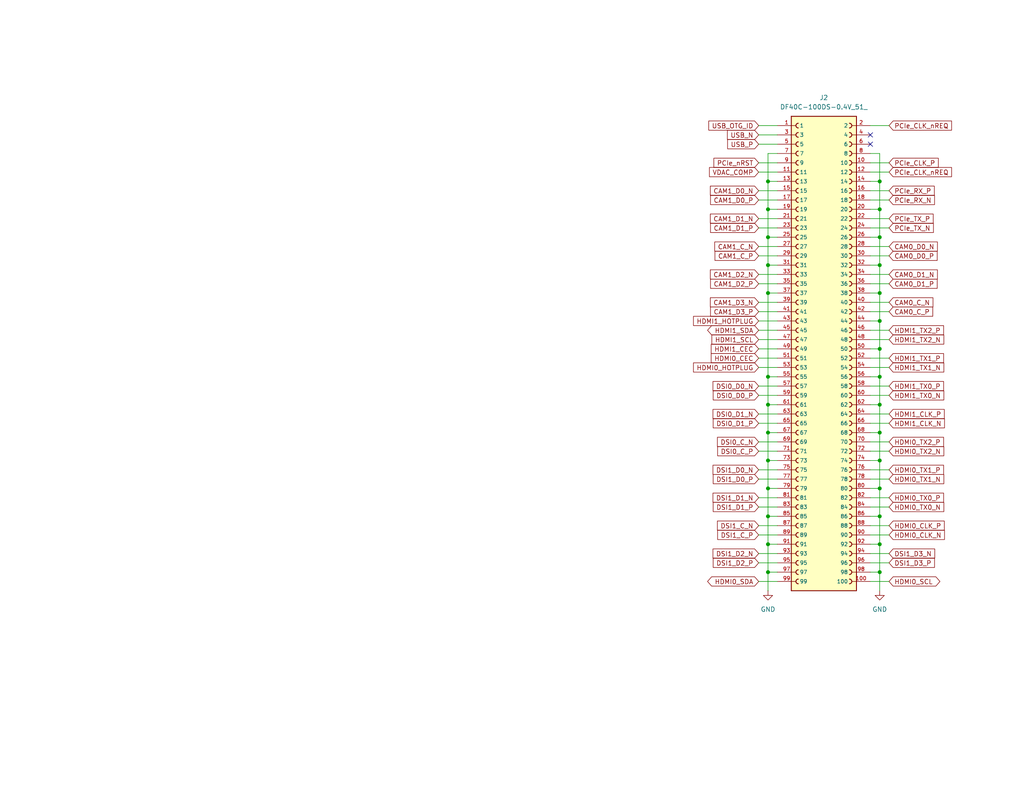
<source format=kicad_sch>
(kicad_sch (version 20250114) (generator "eeschema") (generator_version "9.0")
  (paper "USLetter")
  (lib_symbols
    (symbol "Connector:Micro_SD_Card" (pin_names (offset 1.016))
      (property "Reference" "J" (at -16.51 15.24 0))
      (property "Value" "Micro_SD_Card" (at 16.51 15.24 0))
      (symbol "Micro_SD_Card_1_1"
        (pin bidirectional line (at -22.86 7.62 0) (length 3.81) (name "DAT2") (number "1"))
        (pin bidirectional line (at -22.86 5.08 0) (length 3.81) (name "DAT3/CD") (number "2"))
        (pin input line (at -22.86 2.54 0) (length 3.81) (name "CMD") (number "3"))
        (pin power_in line (at -22.86 0 0) (length 3.81) (name "VDD") (number "4"))
        (pin input line (at -22.86 -2.54 0) (length 3.81) (name "CLK") (number "5"))
        (pin power_in line (at -22.86 -5.08 0) (length 3.81) (name "VSS") (number "6"))
        (pin bidirectional line (at -22.86 -7.62 0) (length 3.81) (name "DAT0") (number "7"))
        (pin bidirectional line (at -22.86 -10.16 0) (length 3.81) (name "DAT1") (number "8"))
        (pin passive line (at 20.32 -15.24 180) (length 3.81) (name "SHIELD") (number "9"))
      )
    )
    (symbol "Device:C" (pin_numbers (hide yes)) (pin_names (offset 0.254))
      (property "Reference" "C" (at 0.635 2.54 0))
      (property "Value" "C" (at 0.635 -2.54 0))
      (symbol "C_1_1"
        (pin passive line (at 0 3.81 270) (length 2.794) (name "~") (number "1"))
        (pin passive line (at 0 -3.81 90) (length 2.794) (name "~") (number "2"))
      )
    )
    (symbol "Device:LED" (pin_numbers (hide yes)) (pin_names (offset 1.016) (hide yes))
      (property "Reference" "D" (at 0 2.54 0))
      (property "Value" "LED" (at 0 -2.54 0))
      (symbol "LED_1_1"
        (pin passive line (at -3.81 0 0) (length 2.54) (name "K") (number "1"))
        (pin passive line (at 3.81 0 180) (length 2.54) (name "A") (number "2"))
      )
    )
    (symbol "Device:R" (pin_numbers (hide yes)) (pin_names (offset 0))
      (property "Reference" "R" (at 2.032 0 90))
      (property "Value" "R" (at 0 0 90))
      (symbol "R_1_1"
        (pin passive line (at 0 3.81 270) (length 1.27) (name "~") (number "1"))
        (pin passive line (at 0 -3.81 90) (length 1.27) (name "~") (number "2"))
      )
    )
    (symbol "Jumper:SolderJumper_2_Open" (pin_numbers (hide yes)) (pin_names (offset 0) (hide yes)) (in_bom no)
      (property "Reference" "JP" (at 0 2.032 0))
      (property "Value" "SolderJumper_2_Open" (at 0 -2.54 0))
      (symbol "SolderJumper_2_Open_1_1"
        (pin passive line (at -3.81 0 0) (length 2.54) (name "A") (number "1"))
        (pin passive line (at 3.81 0 180) (length 2.54) (name "B") (number "2"))
      )
    )
    (symbol "Jumper:SolderJumper_3_Open" (pin_names (offset 0) (hide yes)) (in_bom no)
      (property "Reference" "JP" (at -2.54 -2.54 0))
      (property "Value" "SolderJumper_3_Open" (at 0 2.794 0))
      (symbol "SolderJumper_3_Open_1_1"
        (pin passive line (at -5.08 0 0) (length 2.54) (name "A") (number "1"))
        (pin passive line (at 0 -3.81 90) (length 2.54) (name "C") (number "2"))
        (pin passive line (at 5.08 0 180) (length 2.54) (name "B") (number "3"))
      )
    )
    (symbol "Simulation_SPICE:NMOS" (pin_numbers (hide yes)) (pin_names (offset 0))
      (property "Reference" "Q" (at 5.08 1.27 0))
      (property "Value" "NMOS" (at 5.08 -1.27 0))
      (symbol "NMOS_1_1"
        (pin input line (at -5.08 0 0) (length 2.54) (name "G") (number "2"))
        (pin passive line (at 2.54 5.08 270) (length 2.54) (name "D") (number "1"))
        (pin passive line (at 2.54 -5.08 90) (length 2.54) (name "S") (number "3"))
      )
    )
    (symbol "Switch:SW_DPST_x2" (pin_names (offset 0) (hide yes))
      (property "Reference" "SW" (at 0 3.175 0))
      (property "Value" "SW_DPST_x2" (at 0 -2.54 0))
      (symbol "SW_DPST_x2_1_1"
        (pin passive line (at -5.08 0 0) (length 2.54) (name "A") (number "1"))
        (pin passive line (at 5.08 0 180) (length 2.54) (name "B") (number "2"))
      )
      (symbol "SW_DPST_x2_2_1"
        (pin passive line (at -5.08 0 0) (length 2.54) (name "A") (number "3"))
        (pin passive line (at 5.08 0 180) (length 2.54) (name "B") (number "4"))
      )
    )
    (symbol "capstone_parts:DF40C-100DS-0.4V_51_" (pin_names (offset 1.016))
      (property "Reference" "J" (at -8.9083 63.6526 0))
      (property "Value" "DF40C-100DS-0.4V_51_" (at -8.9063 -68.7318 0))
      (symbol "DF40C-100DS-0.4V_51__0_0"
        (pin passive line (at -12.7 60.96 0) (length 5.08) (name "1") (number "1"))
        (pin passive line (at -12.7 58.42 0) (length 5.08) (name "3") (number "3"))
        (pin passive line (at -12.7 55.88 0) (length 5.08) (name "5") (number "5"))
        (pin passive line (at -12.7 53.34 0) (length 5.08) (name "7") (number "7"))
        (pin passive line (at -12.7 50.8 0) (length 5.08) (name "9") (number "9"))
        (pin passive line (at -12.7 48.26 0) (length 5.08) (name "11") (number "11"))
        (pin passive line (at -12.7 45.72 0) (length 5.08) (name "13") (number "13"))
        (pin passive line (at -12.7 43.18 0) (length 5.08) (name "15") (number "15"))
        (pin passive line (at -12.7 40.64 0) (length 5.08) (name "17") (number "17"))
        (pin passive line (at -12.7 38.1 0) (length 5.08) (name "19") (number "19"))
        (pin passive line (at -12.7 35.56 0) (length 5.08) (name "21") (number "21"))
        (pin passive line (at -12.7 33.02 0) (length 5.08) (name "23") (number "23"))
        (pin passive line (at -12.7 30.48 0) (length 5.08) (name "25") (number "25"))
        (pin passive line (at -12.7 27.94 0) (length 5.08) (name "27") (number "27"))
        (pin passive line (at -12.7 25.4 0) (length 5.08) (name "29") (number "29"))
        (pin passive line (at -12.7 22.86 0) (length 5.08) (name "31") (number "31"))
        (pin passive line (at -12.7 20.32 0) (length 5.08) (name "33") (number "33"))
        (pin passive line (at -12.7 17.78 0) (length 5.08) (name "35") (number "35"))
        (pin passive line (at -12.7 15.24 0) (length 5.08) (name "37") (number "37"))
        (pin passive line (at -12.7 12.7 0) (length 5.08) (name "39") (number "39"))
        (pin passive line (at -12.7 10.16 0) (length 5.08) (name "41") (number "41"))
        (pin passive line (at -12.7 7.62 0) (length 5.08) (name "43") (number "43"))
        (pin passive line (at -12.7 5.08 0) (length 5.08) (name "45") (number "45"))
        (pin passive line (at -12.7 2.54 0) (length 5.08) (name "47") (number "47"))
        (pin passive line (at -12.7 0 0) (length 5.08) (name "49") (number "49"))
        (pin passive line (at -12.7 -2.54 0) (length 5.08) (name "51") (number "51"))
        (pin passive line (at -12.7 -5.08 0) (length 5.08) (name "53") (number "53"))
        (pin passive line (at -12.7 -7.62 0) (length 5.08) (name "55") (number "55"))
        (pin passive line (at -12.7 -10.16 0) (length 5.08) (name "57") (number "57"))
        (pin passive line (at -12.7 -12.7 0) (length 5.08) (name "59") (number "59"))
        (pin passive line (at -12.7 -15.24 0) (length 5.08) (name "61") (number "61"))
        (pin passive line (at -12.7 -17.78 0) (length 5.08) (name "63") (number "63"))
        (pin passive line (at -12.7 -20.32 0) (length 5.08) (name "65") (number "65"))
        (pin passive line (at -12.7 -22.86 0) (length 5.08) (name "67") (number "67"))
        (pin passive line (at -12.7 -25.4 0) (length 5.08) (name "69") (number "69"))
        (pin passive line (at -12.7 -27.94 0) (length 5.08) (name "71") (number "71"))
        (pin passive line (at -12.7 -30.48 0) (length 5.08) (name "73") (number "73"))
        (pin passive line (at -12.7 -33.02 0) (length 5.08) (name "75") (number "75"))
        (pin passive line (at -12.7 -35.56 0) (length 5.08) (name "77") (number "77"))
        (pin passive line (at -12.7 -38.1 0) (length 5.08) (name "79") (number "79"))
        (pin passive line (at -12.7 -40.64 0) (length 5.08) (name "81") (number "81"))
        (pin passive line (at -12.7 -43.18 0) (length 5.08) (name "83") (number "83"))
        (pin passive line (at -12.7 -45.72 0) (length 5.08) (name "85") (number "85"))
        (pin passive line (at -12.7 -48.26 0) (length 5.08) (name "87") (number "87"))
        (pin passive line (at -12.7 -50.8 0) (length 5.08) (name "89") (number "89"))
        (pin passive line (at -12.7 -53.34 0) (length 5.08) (name "91") (number "91"))
        (pin passive line (at -12.7 -55.88 0) (length 5.08) (name "93") (number "93"))
        (pin passive line (at -12.7 -58.42 0) (length 5.08) (name "95") (number "95"))
        (pin passive line (at -12.7 -60.96 0) (length 5.08) (name "97") (number "97"))
        (pin passive line (at -12.7 -63.5 0) (length 5.08) (name "99") (number "99"))
        (pin passive line (at 12.7 60.96 180) (length 5.08) (name "2") (number "2"))
        (pin passive line (at 12.7 58.42 180) (length 5.08) (name "4") (number "4"))
        (pin passive line (at 12.7 55.88 180) (length 5.08) (name "6") (number "6"))
        (pin passive line (at 12.7 53.34 180) (length 5.08) (name "8") (number "8"))
        (pin passive line (at 12.7 50.8 180) (length 5.08) (name "10") (number "10"))
        (pin passive line (at 12.7 48.26 180) (length 5.08) (name "12") (number "12"))
        (pin passive line (at 12.7 45.72 180) (length 5.08) (name "14") (number "14"))
        (pin passive line (at 12.7 43.18 180) (length 5.08) (name "16") (number "16"))
        (pin passive line (at 12.7 40.64 180) (length 5.08) (name "18") (number "18"))
        (pin passive line (at 12.7 38.1 180) (length 5.08) (name "20") (number "20"))
        (pin passive line (at 12.7 35.56 180) (length 5.08) (name "22") (number "22"))
        (pin passive line (at 12.7 33.02 180) (length 5.08) (name "24") (number "24"))
        (pin passive line (at 12.7 30.48 180) (length 5.08) (name "26") (number "26"))
        (pin passive line (at 12.7 27.94 180) (length 5.08) (name "28") (number "28"))
        (pin passive line (at 12.7 25.4 180) (length 5.08) (name "30") (number "30"))
        (pin passive line (at 12.7 22.86 180) (length 5.08) (name "32") (number "32"))
        (pin passive line (at 12.7 20.32 180) (length 5.08) (name "34") (number "34"))
        (pin passive line (at 12.7 17.78 180) (length 5.08) (name "36") (number "36"))
        (pin passive line (at 12.7 15.24 180) (length 5.08) (name "38") (number "38"))
        (pin passive line (at 12.7 12.7 180) (length 5.08) (name "40") (number "40"))
        (pin passive line (at 12.7 10.16 180) (length 5.08) (name "42") (number "42"))
        (pin passive line (at 12.7 7.62 180) (length 5.08) (name "44") (number "44"))
        (pin passive line (at 12.7 5.08 180) (length 5.08) (name "46") (number "46"))
        (pin passive line (at 12.7 2.54 180) (length 5.08) (name "48") (number "48"))
        (pin passive line (at 12.7 0 180) (length 5.08) (name "50") (number "50"))
        (pin passive line (at 12.7 -2.54 180) (length 5.08) (name "52") (number "52"))
        (pin passive line (at 12.7 -5.08 180) (length 5.08) (name "54") (number "54"))
        (pin passive line (at 12.7 -7.62 180) (length 5.08) (name "56") (number "56"))
        (pin passive line (at 12.7 -10.16 180) (length 5.08) (name "58") (number "58"))
        (pin passive line (at 12.7 -12.7 180) (length 5.08) (name "60") (number "60"))
        (pin passive line (at 12.7 -15.24 180) (length 5.08) (name "62") (number "62"))
        (pin passive line (at 12.7 -17.78 180) (length 5.08) (name "64") (number "64"))
        (pin passive line (at 12.7 -20.32 180) (length 5.08) (name "66") (number "66"))
        (pin passive line (at 12.7 -22.86 180) (length 5.08) (name "68") (number "68"))
        (pin passive line (at 12.7 -25.4 180) (length 5.08) (name "70") (number "70"))
        (pin passive line (at 12.7 -27.94 180) (length 5.08) (name "72") (number "72"))
        (pin passive line (at 12.7 -30.48 180) (length 5.08) (name "74") (number "74"))
        (pin passive line (at 12.7 -33.02 180) (length 5.08) (name "76") (number "76"))
        (pin passive line (at 12.7 -35.56 180) (length 5.08) (name "78") (number "78"))
        (pin passive line (at 12.7 -38.1 180) (length 5.08) (name "80") (number "80"))
        (pin passive line (at 12.7 -40.64 180) (length 5.08) (name "82") (number "82"))
        (pin passive line (at 12.7 -43.18 180) (length 5.08) (name "84") (number "84"))
        (pin passive line (at 12.7 -45.72 180) (length 5.08) (name "86") (number "86"))
        (pin passive line (at 12.7 -48.26 180) (length 5.08) (name "88") (number "88"))
        (pin passive line (at 12.7 -50.8 180) (length 5.08) (name "90") (number "90"))
        (pin passive line (at 12.7 -53.34 180) (length 5.08) (name "92") (number "92"))
        (pin passive line (at 12.7 -55.88 180) (length 5.08) (name "94") (number "94"))
        (pin passive line (at 12.7 -58.42 180) (length 5.08) (name "96") (number "96"))
        (pin passive line (at 12.7 -60.96 180) (length 5.08) (name "98") (number "98"))
        (pin passive line (at 12.7 -63.5 180) (length 5.08) (name "100") (number "100"))
      )
    )
    (symbol "capstone_parts:RT9742GGJ5" (pin_names (offset 0.254))
      (property "Reference" "U1" (at 20.32 10.16 0))
      (property "Value" "RT9742GGJ5" (at 20.32 7.62 0))
      (symbol "RT9742GGJ5_0_1"
        (pin power_in line (at 6.35 1.27 0) (length 7.62) (name "VOUT") (number "1"))
        (pin power_out line (at 6.35 -1.27 0) (length 7.62) (name "GND") (number "2"))
        (pin unspecified line (at 6.35 -3.81 0) (length 7.62) (name "*FLG") (number "3"))
        (pin power_in line (at 34.29 1.27 180) (length 7.62) (name "VIN") (number "5"))
        (pin unspecified line (at 34.29 -3.81 180) (length 7.62) (name "EN") (number "4"))
      )
    )
    (symbol "power:+3.3V" (power) (pin_numbers (hide yes)) (pin_names (offset 0) (hide yes))
      (property "Value" "+3.3V" (at 0 3.556 0))
      (symbol "+3.3V_1_1"
        (pin power_in line (at 0 0 90) (length 0) (name "~") (number "1"))
      )
    )
    (symbol "power:+5V" (power) (pin_numbers (hide yes)) (pin_names (offset 0) (hide yes))
      (property "Value" "+5V" (at 0 3.556 0))
      (symbol "+5V_1_1"
        (pin power_in line (at 0 0 90) (length 0) (name "~") (number "1"))
      )
    )
    (symbol "power:GND" (power) (pin_numbers (hide yes)) (pin_names (offset 0) (hide yes))
      (property "Value" "GND" (at 0 -3.81 0))
      (symbol "GND_1_1"
        (pin power_in line (at 0 0 270) (length 0) (name "~") (number "1"))
      )
    )
  )
  (text "SD_POWER_ON" (at 401.574 51.054 0) (effects (font (size 1.27 1.27))))
  (junction (at 240.03 125.73))
  (junction (at 209.55 110.49))
  (junction (at 447.04 186.69))
  (junction (at 240.03 156.21))
  (junction (at 328.93 135.89))
  (junction (at 416.56 72.39))
  (junction (at 240.03 118.11))
  (junction (at 447.04 102.87))
  (junction (at 240.03 148.59))
  (junction (at 447.04 128.27))
  (junction (at 240.03 80.01))
  (junction (at 209.55 57.15))
  (junction (at 209.55 156.21))
  (junction (at 240.03 64.77))
  (junction (at 240.03 133.35))
  (junction (at 416.56 138.43))
  (junction (at 209.55 133.35))
  (junction (at 209.55 118.11))
  (junction (at 502.92 151.13))
  (junction (at 240.03 57.15))
  (junction (at 510.54 153.67))
  (junction (at 416.56 118.11))
  (junction (at 240.03 102.87))
  (junction (at 447.04 80.01))
  (junction (at 416.56 92.71))
  (junction (at 487.68 143.51))
  (junction (at 447.04 115.57))
  (junction (at 240.03 140.97))
  (junction (at 416.56 146.05))
  (junction (at 402.59 35.56))
  (junction (at 447.04 90.17))
  (junction (at 453.39 48.26))
  (junction (at 298.45 166.37))
  (junction (at 240.03 110.49))
  (junction (at 209.55 102.87))
  (junction (at 447.04 72.39))
  (junction (at 298.45 171.45))
  (junction (at 397.51 210.82))
  (junction (at 298.45 161.29))
  (junction (at 240.03 72.39))
  (junction (at 397.51 220.98))
  (junction (at 298.45 163.83))
  (junction (at 336.55 140.97))
  (junction (at 209.55 64.77))
  (junction (at 416.56 80.01))
  (junction (at 240.03 95.25))
  (junction (at 447.04 138.43))
  (junction (at 416.56 105.41))
  (junction (at 209.55 49.53))
  (junction (at 359.41 151.13))
  (junction (at 495.3 148.59))
  (junction (at 416.56 189.23))
  (junction (at 209.55 148.59))
  (junction (at 351.79 148.59))
  (junction (at 367.03 158.75))
  (junction (at 209.55 140.97))
  (junction (at 344.17 143.51))
  (junction (at 209.55 80.01))
  (junction (at 447.04 146.05))
  (junction (at 209.55 72.39))
  (junction (at 416.56 153.67))
  (junction (at 298.45 168.91))
  (junction (at 416.56 130.81))
  (junction (at 480.06 140.97))
  (junction (at 209.55 125.73))
  (junction (at 447.04 156.21))
  (junction (at 240.03 49.53))
  (junction (at 240.03 87.63))
  (no_connect (at 411.48 200.66))
  (no_connect (at 449.58 82.55))
  (no_connect (at 444.5 77.47))
  (no_connect (at 449.58 85.09))
  (no_connect (at 237.49 39.37))
  (no_connect (at 444.5 158.75))
  (no_connect (at 295.91 204.47))
  (no_connect (at 449.58 67.31))
  (no_connect (at 444.5 69.85))
  (no_connect (at 444.5 85.09))
  (no_connect (at 414.02 69.85))
  (no_connect (at 419.1 87.63))
  (no_connect (at 414.02 87.63))
  (no_connect (at 444.5 82.55))
  (no_connect (at 414.02 74.93))
  (no_connect (at 382.27 204.47))
  (no_connect (at 419.1 69.85))
  (no_connect (at 449.58 77.47))
  (no_connect (at 237.49 36.83))
  (no_connect (at 419.1 74.93))
  (no_connect (at 449.58 74.93))
  (no_connect (at 419.1 82.55))
  (no_connect (at 414.02 67.31))
  (no_connect (at 414.02 77.47))
  (no_connect (at 419.1 85.09))
  (no_connect (at 419.1 77.47))
  (no_connect (at 449.58 69.85))
  (no_connect (at 311.15 212.09))
  (no_connect (at 444.5 74.93))
  (no_connect (at 444.5 67.31))
  (no_connect (at 327.66 217.17))
  (no_connect (at 419.1 67.31))
  (no_connect (at 414.02 82.55))
  (no_connect (at 414.02 85.09))
  (wire (pts (xy 416.56 153.67) (xy 419.1 153.67)))
  (wire (pts (xy 207.01 67.31) (xy 212.09 67.31)))
  (wire (pts (xy 240.03 64.77) (xy 240.03 72.39)))
  (wire (pts (xy 240.03 148.59) (xy 240.03 156.21)))
  (wire (pts (xy 207.01 36.83) (xy 212.09 36.83)))
  (wire (pts (xy 242.57 52.07) (xy 237.49 52.07)))
  (wire (pts (xy 331.47 199.39) (xy 331.47 200.66)))
  (wire (pts (xy 436.88 41.91) (xy 445.77 41.91)))
  (wire (pts (xy 393.7 44.45) (xy 393.7 49.53)))
  (wire (pts (xy 444.5 110.49) (xy 462.28 110.49)))
  (wire (pts (xy 242.57 85.09) (xy 237.49 85.09)))
  (wire (pts (xy 328.93 127) (xy 328.93 135.89)))
  (wire (pts (xy 444.5 113.03) (xy 462.28 113.03)))
  (wire (pts (xy 209.55 133.35) (xy 212.09 133.35)))
  (wire (pts (xy 473.71 45.72) (xy 476.25 45.72)))
  (wire (pts (xy 242.57 44.45) (xy 237.49 44.45)))
  (wire (pts (xy 444.5 125.73) (xy 462.28 125.73)))
  (wire (pts (xy 416.56 80.01) (xy 416.56 92.71)))
  (wire (pts (xy 209.55 72.39) (xy 212.09 72.39)))
  (wire (pts (xy 416.56 72.39) (xy 419.1 72.39)))
  (wire (pts (xy 386.08 107.95) (xy 419.1 107.95)))
  (wire (pts (xy 209.55 133.35) (xy 209.55 140.97)))
  (wire (pts (xy 209.55 118.11) (xy 209.55 125.73)))
  (wire (pts (xy 414.02 90.17) (xy 419.1 90.17)))
  (wire (pts (xy 318.77 200.66) (xy 322.58 200.66)))
  (wire (pts (xy 462.28 92.71) (xy 444.5 92.71)))
  (wire (pts (xy 416.56 138.43) (xy 419.1 138.43)))
  (wire (pts (xy 461.01 36.83) (xy 453.39 36.83)))
  (wire (pts (xy 242.57 130.81) (xy 237.49 130.81)))
  (wire (pts (xy 510.54 153.67) (xy 514.35 153.67)))
  (wire (pts (xy 207.01 39.37) (xy 212.09 39.37)))
  (wire (pts (xy 473.71 40.64) (xy 476.25 40.64)))
  (wire (pts (xy 298.45 161.29) (xy 298.45 163.83)))
  (wire (pts (xy 242.57 77.47) (xy 237.49 77.47)))
  (wire (pts (xy 344.17 127) (xy 344.17 143.51)))
  (wire (pts (xy 502.92 106.68) (xy 502.92 151.13)))
  (wire (pts (xy 386.08 125.73) (xy 419.1 125.73)))
  (wire (pts (xy 209.55 125.73) (xy 212.09 125.73)))
  (wire (pts (xy 207.01 158.75) (xy 212.09 158.75)))
  (wire (pts (xy 444.5 102.87) (xy 447.04 102.87)))
  (wire (pts (xy 387.35 156.21) (xy 389.89 156.21)))
  (wire (pts (xy 209.55 64.77) (xy 212.09 64.77)))
  (wire (pts (xy 209.55 49.53) (xy 212.09 49.53)))
  (wire (pts (xy 449.58 184.15) (xy 444.5 184.15)))
  (wire (pts (xy 298.45 189.23) (xy 298.45 190.5)))
  (wire (pts (xy 444.5 151.13) (xy 502.92 151.13)))
  (wire (pts (xy 397.51 219.71) (xy 397.51 220.98)))
  (wire (pts (xy 444.5 123.19) (xy 462.28 123.19)))
  (wire (pts (xy 207.01 107.95) (xy 212.09 107.95)))
  (wire (pts (xy 207.01 59.69) (xy 212.09 59.69)))
  (wire (pts (xy 351.79 118.11) (xy 351.79 119.38)))
  (wire (pts (xy 449.58 168.91) (xy 444.5 168.91)))
  (wire (pts (xy 209.55 102.87) (xy 209.55 110.49)))
  (wire (pts (xy 314.96 158.75) (xy 367.03 158.75)))
  (wire (pts (xy 207.01 92.71) (xy 212.09 92.71)))
  (wire (pts (xy 207.01 74.93) (xy 212.09 74.93)))
  (wire (pts (xy 240.03 125.73) (xy 240.03 133.35)))
  (wire (pts (xy 207.01 95.25) (xy 212.09 95.25)))
  (wire (pts (xy 411.48 189.23) (xy 416.56 189.23)))
  (wire (pts (xy 207.01 62.23) (xy 212.09 62.23)))
  (wire (pts (xy 447.04 186.69) (xy 447.04 191.77)))
  (wire (pts (xy 444.5 148.59) (xy 495.3 148.59)))
  (wire (pts (xy 298.45 168.91) (xy 298.45 171.45)))
  (wire (pts (xy 444.5 186.69) (xy 447.04 186.69)))
  (wire (pts (xy 416.56 92.71) (xy 419.1 92.71)))
  (wire (pts (xy 322.58 179.07) (xy 322.58 200.66)))
  (wire (pts (xy 242.57 107.95) (xy 237.49 107.95)))
  (wire (pts (xy 351.79 148.59) (xy 419.1 148.59)))
  (wire (pts (xy 449.58 166.37) (xy 444.5 166.37)))
  (wire (pts (xy 402.59 33.02) (xy 402.59 35.56)))
  (wire (pts (xy 444.5 143.51) (xy 487.68 143.51)))
  (wire (pts (xy 386.08 123.19) (xy 419.1 123.19)))
  (wire (pts (xy 449.58 189.23) (xy 444.5 189.23)))
  (wire (pts (xy 326.39 148.59) (xy 351.79 148.59)))
  (wire (pts (xy 444.5 138.43) (xy 447.04 138.43)))
  (wire (pts (xy 207.01 52.07) (xy 212.09 52.07)))
  (wire (pts (xy 207.01 85.09) (xy 212.09 85.09)))
  (wire (pts (xy 237.49 148.59) (xy 240.03 148.59)))
  (wire (pts (xy 242.57 120.65) (xy 237.49 120.65)))
  (wire (pts (xy 328.93 118.11) (xy 328.93 119.38)))
  (wire (pts (xy 510.54 97.79) (xy 510.54 99.06)))
  (wire (pts (xy 408.94 35.56) (xy 402.59 35.56)))
  (wire (pts (xy 444.5 80.01) (xy 447.04 80.01)))
  (wire (pts (xy 242.57 90.17) (xy 237.49 90.17)))
  (wire (pts (xy 336.55 127) (xy 336.55 140.97)))
  (wire (pts (xy 207.01 34.29) (xy 212.09 34.29)))
  (wire (pts (xy 335.28 205.74) (xy 339.09 205.74)))
  (wire (pts (xy 386.08 115.57) (xy 419.1 115.57)))
  (wire (pts (xy 386.08 95.25) (xy 419.1 95.25)))
  (wire (pts (xy 240.03 118.11) (xy 240.03 125.73)))
  (wire (pts (xy 242.57 100.33) (xy 237.49 100.33)))
  (wire (pts (xy 298.45 166.37) (xy 298.45 168.91)))
  (wire (pts (xy 461.01 43.18) (xy 461.01 36.83)))
  (wire (pts (xy 449.58 163.83) (xy 444.5 163.83)))
  (wire (pts (xy 397.51 210.82) (xy 397.51 212.09)))
  (wire (pts (xy 444.5 161.29) (xy 476.25 161.29)))
  (wire (pts (xy 447.04 146.05) (xy 447.04 156.21)))
  (wire (pts (xy 209.55 148.59) (xy 212.09 148.59)))
  (wire (pts (xy 416.56 130.81) (xy 419.1 130.81)))
  (wire (pts (xy 207.01 54.61) (xy 212.09 54.61)))
  (wire (pts (xy 416.56 72.39) (xy 416.56 80.01)))
  (wire (pts (xy 298.45 171.45) (xy 298.45 173.99)))
  (wire (pts (xy 416.56 105.41) (xy 419.1 105.41)))
  (wire (pts (xy 487.68 97.79) (xy 487.68 99.06)))
  (wire (pts (xy 397.51 220.98) (xy 397.51 222.25)))
  (wire (pts (xy 237.49 95.25) (xy 240.03 95.25)))
  (wire (pts (xy 449.58 176.53) (xy 444.5 176.53)))
  (wire (pts (xy 408.94 39.37) (xy 408.94 35.56)))
  (wire (pts (xy 237.49 64.77) (xy 240.03 64.77)))
  (wire (pts (xy 336.55 140.97) (xy 419.1 140.97)))
  (wire (pts (xy 447.04 102.87) (xy 447.04 115.57)))
  (wire (pts (xy 397.51 184.15) (xy 419.1 184.15)))
  (wire (pts (xy 209.55 148.59) (xy 209.55 156.21)))
  (wire (pts (xy 449.58 171.45) (xy 444.5 171.45)))
  (wire (pts (xy 416.56 64.77) (xy 416.56 72.39)))
  (wire (pts (xy 444.5 135.89) (xy 462.28 135.89)))
  (wire (pts (xy 207.01 128.27) (xy 212.09 128.27)))
  (wire (pts (xy 209.55 156.21) (xy 209.55 161.29)))
  (wire (pts (xy 408.94 49.53) (xy 408.94 44.45)))
  (wire (pts (xy 207.01 105.41) (xy 212.09 105.41)))
  (wire (pts (xy 240.03 110.49) (xy 240.03 118.11)))
  (wire (pts (xy 242.57 69.85) (xy 237.49 69.85)))
  (wire (pts (xy 339.09 181.61) (xy 339.09 205.74)))
  (wire (pts (xy 207.01 138.43) (xy 212.09 138.43)))
  (wire (pts (xy 302.26 195.58) (xy 306.07 195.58)))
  (wire (pts (xy 462.28 100.33) (xy 444.5 100.33)))
  (wire (pts (xy 444.5 156.21) (xy 447.04 156.21)))
  (wire (pts (xy 207.01 97.79) (xy 212.09 97.79)))
  (wire (pts (xy 444.5 140.97) (xy 480.06 140.97)))
  (wire (pts (xy 386.08 120.65) (xy 419.1 120.65)))
  (wire (pts (xy 209.55 80.01) (xy 212.09 80.01)))
  (wire (pts (xy 483.87 161.29) (xy 487.68 161.29)))
  (wire (pts (xy 209.55 57.15) (xy 212.09 57.15)))
  (wire (pts (xy 449.58 173.99) (xy 444.5 173.99)))
  (wire (pts (xy 314.96 194.31) (xy 314.96 195.58)))
  (wire (pts (xy 240.03 95.25) (xy 240.03 102.87)))
  (wire (pts (xy 207.01 77.47) (xy 212.09 77.47)))
  (wire (pts (xy 416.56 118.11) (xy 419.1 118.11)))
  (wire (pts (xy 444.5 90.17) (xy 447.04 90.17)))
  (wire (pts (xy 242.57 143.51) (xy 237.49 143.51)))
  (wire (pts (xy 242.57 128.27) (xy 237.49 128.27)))
  (wire (pts (xy 242.57 113.03) (xy 237.49 113.03)))
  (wire (pts (xy 447.04 115.57) (xy 447.04 128.27)))
  (wire (pts (xy 444.5 153.67) (xy 510.54 153.67)))
  (wire (pts (xy 209.55 57.15) (xy 209.55 64.77)))
  (wire (pts (xy 473.71 35.56) (xy 476.25 35.56)))
  (wire (pts (xy 444.5 118.11) (xy 462.28 118.11)))
  (wire (pts (xy 242.57 153.67) (xy 237.49 153.67)))
  (wire (pts (xy 416.56 80.01) (xy 419.1 80.01)))
  (wire (pts (xy 237.49 80.01) (xy 240.03 80.01)))
  (wire (pts (xy 444.5 128.27) (xy 447.04 128.27)))
  (wire (pts (xy 367.03 127) (xy 367.03 158.75)))
  (wire (pts (xy 207.01 100.33) (xy 212.09 100.33)))
  (wire (pts (xy 344.17 118.11) (xy 344.17 119.38)))
  (wire (pts (xy 480.06 97.79) (xy 480.06 99.06)))
  (wire (pts (xy 314.96 205.74) (xy 314.96 207.01)))
  (wire (pts (xy 476.25 43.18) (xy 461.01 43.18)))
  (wire (pts (xy 209.55 102.87) (xy 212.09 102.87)))
  (wire (pts (xy 242.57 151.13) (xy 237.49 151.13)))
  (wire (pts (xy 240.03 49.53) (xy 240.03 57.15)))
  (wire (pts (xy 386.08 113.03) (xy 419.1 113.03)))
  (wire (pts (xy 306.07 176.53) (xy 306.07 195.58)))
  (wire (pts (xy 242.57 138.43) (xy 237.49 138.43)))
  (wire (pts (xy 209.55 125.73) (xy 209.55 133.35)))
  (wire (pts (xy 240.03 80.01) (xy 240.03 87.63)))
  (wire (pts (xy 240.03 41.91) (xy 240.03 49.53)))
  (wire (pts (xy 447.04 156.21) (xy 447.04 186.69)))
  (wire (pts (xy 386.08 97.79) (xy 419.1 97.79)))
  (wire (pts (xy 237.49 102.87) (xy 240.03 102.87)))
  (wire (pts (xy 416.56 64.77) (xy 419.1 64.77)))
  (wire (pts (xy 482.6 87.63) (xy 485.14 87.63)))
  (wire (pts (xy 387.35 189.23) (xy 387.35 190.5)))
  (wire (pts (xy 209.55 110.49) (xy 209.55 118.11)))
  (wire (pts (xy 419.1 181.61) (xy 339.09 181.61)))
  (wire (pts (xy 367.03 158.75) (xy 419.1 158.75)))
  (wire (pts (xy 209.55 72.39) (xy 209.55 80.01)))
  (wire (pts (xy 444.5 72.39) (xy 447.04 72.39)))
  (wire (pts (xy 416.56 118.11) (xy 416.56 130.81)))
  (wire (pts (xy 209.55 41.91) (xy 209.55 49.53)))
  (wire (pts (xy 209.55 140.97) (xy 209.55 148.59)))
  (wire (pts (xy 242.57 82.55) (xy 237.49 82.55)))
  (wire (pts (xy 240.03 57.15) (xy 240.03 64.77)))
  (wire (pts (xy 367.03 118.11) (xy 367.03 119.38)))
  (wire (pts (xy 207.01 153.67) (xy 212.09 153.67)))
  (wire (pts (xy 237.49 133.35) (xy 240.03 133.35)))
  (wire (pts (xy 447.04 80.01) (xy 447.04 90.17)))
  (wire (pts (xy 237.49 118.11) (xy 240.03 118.11)))
  (wire (pts (xy 242.57 92.71) (xy 237.49 92.71)))
  (wire (pts (xy 359.41 127) (xy 359.41 151.13)))
  (wire (pts (xy 359.41 118.11) (xy 359.41 119.38)))
  (wire (pts (xy 387.35 215.9) (xy 387.35 220.98)))
  (wire (pts (xy 298.45 163.83) (xy 298.45 166.37)))
  (wire (pts (xy 510.54 106.68) (xy 510.54 153.67)))
  (wire (pts (xy 242.57 62.23) (xy 237.49 62.23)))
  (wire (pts (xy 447.04 72.39) (xy 447.04 80.01)))
  (wire (pts (xy 445.77 41.91) (xy 445.77 45.72)))
  (wire (pts (xy 298.45 168.91) (xy 419.1 168.91)))
  (wire (pts (xy 480.06 140.97) (xy 514.35 140.97)))
  (wire (pts (xy 387.35 220.98) (xy 397.51 220.98)))
  (wire (pts (xy 209.55 118.11) (xy 212.09 118.11)))
  (wire (pts (xy 242.57 59.69) (xy 237.49 59.69)))
  (wire (pts (xy 298.45 200.66) (xy 298.45 201.93)))
  (wire (pts (xy 209.55 80.01) (xy 209.55 102.87)))
  (wire (pts (xy 386.08 102.87) (xy 419.1 102.87)))
  (wire (pts (xy 495.3 148.59) (xy 514.35 148.59)))
  (wire (pts (xy 242.57 67.31) (xy 237.49 67.31)))
  (wire (pts (xy 393.7 35.56) (xy 402.59 35.56)))
  (wire (pts (xy 519.43 58.42) (xy 519.43 60.96)))
  (wire (pts (xy 394.97 210.82) (xy 397.51 210.82)))
  (wire (pts (xy 444.5 130.81) (xy 462.28 130.81)))
  (wire (pts (xy 393.7 49.53) (xy 408.94 49.53)))
  (wire (pts (xy 326.39 143.51) (xy 344.17 143.51)))
  (wire (pts (xy 298.45 163.83) (xy 419.1 163.83)))
  (wire (pts (xy 209.55 140.97) (xy 212.09 140.97)))
  (wire (pts (xy 207.01 46.99) (xy 212.09 46.99)))
  (wire (pts (xy 237.49 125.73) (xy 240.03 125.73)))
  (wire (pts (xy 444.5 120.65) (xy 462.28 120.65)))
  (wire (pts (xy 207.01 143.51) (xy 212.09 143.51)))
  (wire (pts (xy 419.1 198.12) (xy 398.78 198.12)))
  (wire (pts (xy 502.92 151.13) (xy 514.35 151.13)))
  (wire (pts (xy 207.01 87.63) (xy 212.09 87.63)))
  (wire (pts (xy 473.71 38.1) (xy 476.25 38.1)))
  (wire (pts (xy 237.49 72.39) (xy 240.03 72.39)))
  (wire (pts (xy 487.68 143.51) (xy 514.35 143.51)))
  (wire (pts (xy 237.49 110.49) (xy 240.03 110.49)))
  (wire (pts (xy 237.49 41.91) (xy 240.03 41.91)))
  (wire (pts (xy 207.01 115.57) (xy 212.09 115.57)))
  (wire (pts (xy 462.28 97.79) (xy 444.5 97.79)))
  (wire (pts (xy 207.01 82.55) (xy 212.09 82.55)))
  (wire (pts (xy 411.48 191.77) (xy 411.48 189.23)))
  (wire (pts (xy 242.57 54.61) (xy 237.49 54.61)))
  (wire (pts (xy 473.71 50.8) (xy 476.25 50.8)))
  (wire (pts (xy 207.01 151.13) (xy 212.09 151.13)))
  (wire (pts (xy 444.5 87.63) (xy 474.98 87.63)))
  (wire (pts (xy 502.92 97.79) (xy 502.92 99.06)))
  (wire (pts (xy 242.57 97.79) (xy 237.49 97.79)))
  (wire (pts (xy 242.57 74.93) (xy 237.49 74.93)))
  (wire (pts (xy 298.45 171.45) (xy 419.1 171.45)))
  (wire (pts (xy 209.55 49.53) (xy 209.55 57.15)))
  (wire (pts (xy 397.51 209.55) (xy 397.51 210.82)))
  (wire (pts (xy 328.93 135.89) (xy 419.1 135.89)))
  (wire (pts (xy 207.01 135.89) (xy 212.09 135.89)))
  (wire (pts (xy 240.03 156.21) (xy 240.03 161.29)))
  (wire (pts (xy 495.3 97.79) (xy 495.3 99.06)))
  (wire (pts (xy 414.02 186.69) (xy 419.1 186.69)))
  (wire (pts (xy 207.01 90.17) (xy 212.09 90.17)))
  (wire (pts (xy 419.1 179.07) (xy 322.58 179.07)))
  (wire (pts (xy 416.56 92.71) (xy 416.56 105.41)))
  (wire (pts (xy 240.03 140.97) (xy 240.03 148.59)))
  (wire (pts (xy 242.57 115.57) (xy 237.49 115.57)))
  (wire (pts (xy 416.56 153.67) (xy 416.56 189.23)))
  (wire (pts (xy 444.5 64.77) (xy 447.04 64.77)))
  (wire (pts (xy 207.01 113.03) (xy 212.09 113.03)))
  (wire (pts (xy 207.01 120.65) (xy 212.09 120.65)))
  (wire (pts (xy 462.28 95.25) (xy 444.5 95.25)))
  (wire (pts (xy 237.49 140.97) (xy 240.03 140.97)))
  (wire (pts (xy 449.58 107.95) (xy 444.5 107.95)))
  (wire (pts (xy 449.58 179.07) (xy 444.5 179.07)))
  (wire (pts (xy 242.57 46.99) (xy 237.49 46.99)))
  (wire (pts (xy 242.57 135.89) (xy 237.49 135.89)))
  (wire (pts (xy 207.01 44.45) (xy 212.09 44.45)))
  (wire (pts (xy 242.57 105.41) (xy 237.49 105.41)))
  (wire (pts (xy 473.71 53.34) (xy 476.25 53.34)))
  (wire (pts (xy 240.03 72.39) (xy 240.03 80.01)))
  (wire (pts (xy 416.56 146.05) (xy 419.1 146.05)))
  (wire (pts (xy 397.51 156.21) (xy 419.1 156.21)))
  (wire (pts (xy 240.03 102.87) (xy 240.03 110.49)))
  (wire (pts (xy 398.78 198.12) (xy 398.78 191.77)))
  (wire (pts (xy 298.45 157.48) (xy 298.45 161.29)))
  (wire (pts (xy 209.55 64.77) (xy 209.55 72.39)))
  (wire (pts (xy 344.17 143.51) (xy 419.1 143.51)))
  (wire (pts (xy 447.04 138.43) (xy 447.04 146.05)))
  (wire (pts (xy 449.58 181.61) (xy 444.5 181.61)))
  (wire (pts (xy 242.57 123.19) (xy 237.49 123.19)))
  (wire (pts (xy 326.39 140.97) (xy 336.55 140.97)))
  (wire (pts (xy 419.1 189.23) (xy 419.1 198.12)))
  (wire (pts (xy 209.55 41.91) (xy 212.09 41.91)))
  (wire (pts (xy 242.57 34.29) (xy 237.49 34.29)))
  (wire (pts (xy 444.5 115.57) (xy 447.04 115.57)))
  (wire (pts (xy 242.57 158.75) (xy 237.49 158.75)))
  (wire (pts (xy 237.49 57.15) (xy 240.03 57.15)))
  (wire (pts (xy 237.49 87.63) (xy 240.03 87.63)))
  (wire (pts (xy 386.08 110.49) (xy 419.1 110.49)))
  (wire (pts (xy 298.45 166.37) (xy 419.1 166.37)))
  (wire (pts (xy 462.28 105.41) (xy 444.5 105.41)))
  (wire (pts (xy 326.39 151.13) (xy 359.41 151.13)))
  (wire (pts (xy 447.04 64.77) (xy 447.04 72.39)))
  (wire (pts (xy 359.41 151.13) (xy 419.1 151.13)))
  (wire (pts (xy 331.47 210.82) (xy 331.47 212.09)))
  (wire (pts (xy 209.55 110.49) (xy 212.09 110.49)))
  (wire (pts (xy 480.06 106.68) (xy 480.06 140.97)))
  (wire (pts (xy 306.07 176.53) (xy 419.1 176.53)))
  (wire (pts (xy 444.5 133.35) (xy 462.28 133.35)))
  (wire (pts (xy 298.45 173.99) (xy 419.1 173.99)))
  (wire (pts (xy 416.56 146.05) (xy 416.56 153.67)))
  (wire (pts (xy 393.7 35.56) (xy 393.7 36.83)))
  (wire (pts (xy 207.01 69.85) (xy 212.09 69.85)))
  (wire (pts (xy 447.04 128.27) (xy 447.04 138.43)))
  (wire (pts (xy 447.04 90.17) (xy 447.04 102.87)))
  (wire (pts (xy 495.3 106.68) (xy 495.3 148.59)))
  (wire (pts (xy 237.49 156.21) (xy 240.03 156.21)))
  (wire (pts (xy 326.39 135.89) (xy 328.93 135.89)))
  (wire (pts (xy 487.68 106.68) (xy 487.68 143.51)))
  (wire (pts (xy 416.56 105.41) (xy 416.56 118.11)))
  (wire (pts (xy 207.01 123.19) (xy 212.09 123.19)))
  (wire (pts (xy 209.55 156.21) (xy 212.09 156.21)))
  (wire (pts (xy 416.56 189.23) (xy 416.56 191.77)))
  (wire (pts (xy 240.03 133.35) (xy 240.03 140.97)))
  (wire (pts (xy 298.45 161.29) (xy 419.1 161.29)))
  (wire (pts (xy 237.49 49.53) (xy 240.03 49.53)))
  (wire (pts (xy 351.79 127) (xy 351.79 148.59)))
  (wire (pts (xy 242.57 146.05) (xy 237.49 146.05)))
  (wire (pts (xy 397.51 184.15) (xy 397.51 201.93)))
  (wire (pts (xy 444.5 146.05) (xy 447.04 146.05)))
  (wire (pts (xy 402.59 133.35) (xy 419.1 133.35)))
  (wire (pts (xy 386.08 100.33) (xy 419.1 100.33)))
  (wire (pts (xy 207.01 130.81) (xy 212.09 130.81)))
  (wire (pts (xy 453.39 44.45) (xy 453.39 48.26)))
  (wire (pts (xy 416.56 130.81) (xy 416.56 138.43)))
  (wire (pts (xy 240.03 95.25) (xy 240.03 87.63)))
  (wire (pts (xy 453.39 48.26) (xy 453.39 50.8)))
  (wire (pts (xy 476.25 48.26) (xy 453.39 48.26)))
  (wire (pts (xy 336.55 118.11) (xy 336.55 119.38)))
  (wire (pts (xy 416.56 138.43) (xy 416.56 146.05)))
  (wire (pts (xy 207.01 146.05) (xy 212.09 146.05)))
  (wire (pts (xy 398.78 191.77) (xy 401.32 191.77)))
  (wire (pts (xy 402.59 128.27) (xy 419.1 128.27)))
  (global_label "HDMI1_SCL" (shape input) (at 207.01 92.71 180) (property "Intersheetrefs" "${INTERSHEET_REFS}" (effects (hide yes))))
  (global_label "SD_DAT4" (shape input) (at 514.35 148.59 0) (property "Intersheetrefs" "${INTERSHEET_REFS}" (effects (hide yes))))
  (global_label "CM4_1.8V (Output)" (shape input) (at 449.58 173.99 0) (property "Intersheetrefs" "${INTERSHEET_REFS}" (effects (hide yes))))
  (global_label "HDMI1_CEC" (shape input) (at 207.01 95.25 180) (property "Intersheetrefs" "${INTERSHEET_REFS}" (effects (hide yes))))
  (global_label "CAM1_D1_P" (shape input) (at 207.01 62.23 180) (property "Intersheetrefs" "${INTERSHEET_REFS}" (effects (hide yes))))
  (global_label "GPIO8" (shape input) (at 386.08 113.03 180) (property "Intersheetrefs" "${INTERSHEET_REFS}" (effects (hide yes))))
  (global_label "SD_DAT6" (shape input) (at 514.35 153.67 0) (property "Intersheetrefs" "${INTERSHEET_REFS}" (effects (hide yes))))
  (global_label "DSI1_D0_P" (shape input) (at 207.01 130.81 180) (property "Intersheetrefs" "${INTERSHEET_REFS}" (effects (hide yes))))
  (global_label "Ethernet_nLED2" (shape input) (at 414.02 85.09 180) (property "Intersheetrefs" "${INTERSHEET_REFS}" (effects (hide yes))))
  (global_label "DSI1_D1_N" (shape input) (at 207.01 135.89 180) (property "Intersheetrefs" "${INTERSHEET_REFS}" (effects (hide yes))))
  (global_label "SD_DAT7" (shape input) (at 514.35 151.13 0) (property "Intersheetrefs" "${INTERSHEET_REFS}" (effects (hide yes))))
  (global_label "GPIO16" (shape input) (at 386.08 100.33 180) (property "Intersheetrefs" "${INTERSHEET_REFS}" (effects (hide yes))))
  (global_label "SD_DAT0" (shape input) (at 326.39 143.51 180) (property "Intersheetrefs" "${INTERSHEET_REFS}" (effects (hide yes))))
  (global_label "CAM0_D0_P" (shape input) (at 242.57 69.85 0) (property "Intersheetrefs" "${INTERSHEET_REFS}" (effects (hide yes))))
  (global_label "GPIO15_USB" (shape input) (at 402.59 128.27 180) (property "Intersheetrefs" "${INTERSHEET_REFS}" (effects (hide yes))))
  (global_label "SD_DAT0" (shape bidirectional) (at 473.71 50.8 180) (property "Intersheetrefs" "${INTERSHEET_REFS}" (effects (hide yes))))
  (global_label "EEPROM_nWP" (shape input) (at 485.14 87.63 0) (property "Intersheetrefs" "${INTERSHEET_REFS}" (effects (hide yes))))
  (global_label "CAM1_D1_N" (shape input) (at 207.01 59.69 180) (property "Intersheetrefs" "${INTERSHEET_REFS}" (effects (hide yes))))
  (global_label "HDMI1_SDA" (shape bidirectional) (at 207.01 90.17 180) (property "Intersheetrefs" "${INTERSHEET_REFS}" (effects (hide yes))))
  (global_label "AnalogIP0" (shape input) (at 449.58 184.15 0) (property "Intersheetrefs" "${INTERSHEET_REFS}" (effects (hide yes))))
  (global_label "Ethernet_SYNC_IN" (shape input) (at 449.58 82.55 0) (property "Intersheetrefs" "${INTERSHEET_REFS}" (effects (hide yes))))
  (global_label "SD_CLK" (shape input) (at 326.39 135.89 180) (property "Intersheetrefs" "${INTERSHEET_REFS}" (effects (hide yes))))
  (global_label "CM4_3.3V (Output)" (shape input) (at 449.58 168.91 0) (property "Intersheetrefs" "${INTERSHEET_REFS}" (effects (hide yes))))
  (global_label "HDMI1_TX0_N" (shape input) (at 242.57 107.95 0) (property "Intersheetrefs" "${INTERSHEET_REFS}" (effects (hide yes))))
  (global_label "HDMI1_CLK_P" (shape input) (at 242.57 113.03 0) (property "Intersheetrefs" "${INTERSHEET_REFS}" (effects (hide yes))))
  (global_label "SD_DAT3" (shape input) (at 326.39 140.97 180) (property "Intersheetrefs" "${INTERSHEET_REFS}" (effects (hide yes))))
  (global_label "HDMI1_TX1_N" (shape input) (at 242.57 100.33 0) (property "Intersheetrefs" "${INTERSHEET_REFS}" (effects (hide yes))))
  (global_label "GPIO18" (shape input) (at 386.08 125.73 180) (property "Intersheetrefs" "${INTERSHEET_REFS}" (effects (hide yes))))
  (global_label "GPIO25" (shape input) (at 386.08 115.57 180) (property "Intersheetrefs" "${INTERSHEET_REFS}" (effects (hide yes))))
  (global_label "RUN_PG" (shape bidirectional) (at 449.58 179.07 0) (property "Intersheetrefs" "${INTERSHEET_REFS}" (effects (hide yes))))
  (global_label "CAM1_D0_N" (shape input) (at 207.01 52.07 180) (property "Intersheetrefs" "${INTERSHEET_REFS}" (effects (hide yes))))
  (global_label "GPIO_VREF" (shape input) (at 487.68 161.29 0) (property "Intersheetrefs" "${INTERSHEET_REFS}" (effects (hide yes))))
  (global_label "nRPIBOOT" (shape input) (at 327.66 217.17 180) (property "Intersheetrefs" "${INTERSHEET_REFS}" (effects (hide yes))))
  (global_label "GPIO26" (shape input) (at 462.28 92.71 0) (property "Intersheetrefs" "${INTERSHEET_REFS}" (effects (hide yes))))
  (global_label "SD_CMD" (shape input) (at 514.35 140.97 0) (property "Intersheetrefs" "${INTERSHEET_REFS}" (effects (hide yes))))
  (global_label "SD_VDD_Override" (shape input) (at 387.35 156.21 180) (property "Intersheetrefs" "${INTERSHEET_REFS}" (effects (hide yes))))
  (global_label "VDAC_COMP" (shape input) (at 207.01 46.99 180) (property "Intersheetrefs" "${INTERSHEET_REFS}" (effects (hide yes))))
  (global_label "Ethernet_Pair1_P" (shape input) (at 449.58 67.31 0) (property "Intersheetrefs" "${INTERSHEET_REFS}" (effects (hide yes))))
  (global_label "CAM0_D1_N" (shape input) (at 242.57 74.93 0) (property "Intersheetrefs" "${INTERSHEET_REFS}" (effects (hide yes))))
  (global_label "Pi_nLED_Activity" (shape input) (at 414.02 90.17 180) (property "Intersheetrefs" "${INTERSHEET_REFS}" (effects (hide yes))))
  (global_label "DSI0_C_P" (shape input) (at 207.01 123.19 180) (property "Intersheetrefs" "${INTERSHEET_REFS}" (effects (hide yes))))
  (global_label "ID_SD" (shape input) (at 449.58 107.95 0) (property "Intersheetrefs" "${INTERSHEET_REFS}" (effects (hide yes))))
  (global_label "PCIe_nRST" (shape input) (at 207.01 44.45 180) (property "Intersheetrefs" "${INTERSHEET_REFS}" (effects (hide yes))))
  (global_label "PCIe_CLK_P" (shape input) (at 242.57 44.45 0) (property "Intersheetrefs" "${INTERSHEET_REFS}" (effects (hide yes))))
  (global_label "CAM1_C_N" (shape input) (at 207.01 67.31 180) (property "Intersheetrefs" "${INTERSHEET_REFS}" (effects (hide yes))))
  (global_label "GPIO21" (shape input) (at 386.08 95.25 180) (property "Intersheetrefs" "${INTERSHEET_REFS}" (effects (hide yes))))
  (global_label "PCIe_TX_P" (shape input) (at 242.57 59.69 0) (property "Intersheetrefs" "${INTERSHEET_REFS}" (effects (hide yes))))
  (global_label "HDMI1_TX0_P" (shape input) (at 242.57 105.41 0) (property "Intersheetrefs" "${INTERSHEET_REFS}" (effects (hide yes))))
  (global_label "Ethernet_Pair2_N" (shape input) (at 414.02 74.93 180) (property "Intersheetrefs" "${INTERSHEET_REFS}" (effects (hide yes))))
  (global_label "HDMI1_TX1_P" (shape input) (at 242.57 97.79 0) (property "Intersheetrefs" "${INTERSHEET_REFS}" (effects (hide yes))))
  (global_label "AnalogIP1" (shape input) (at 449.58 181.61 0) (property "Intersheetrefs" "${INTERSHEET_REFS}" (effects (hide yes))))
  (global_label "SD_PWR_ON" (shape input) (at 314.96 158.75 180) (property "Intersheetrefs" "${INTERSHEET_REFS}" (effects (hide yes))))
  (global_label "HDMI0_HOTPLUG" (shape input) (at 207.01 100.33 180) (property "Intersheetrefs" "${INTERSHEET_REFS}" (effects (hide yes))))
  (global_label "GPIO10" (shape input) (at 462.28 118.11 0) (property "Intersheetrefs" "${INTERSHEET_REFS}" (effects (hide yes))))
  (global_label "GLOBAL_EN" (shape input) (at 411.48 200.66 180) (property "Intersheetrefs" "${INTERSHEET_REFS}" (effects (hide yes))))
  (global_label "CAM0_D0_N" (shape input) (at 242.57 67.31 0) (property "Intersheetrefs" "${INTERSHEET_REFS}" (effects (hide yes))))
  (global_label "GPIO5" (shape input) (at 462.28 105.41 0) (property "Intersheetrefs" "${INTERSHEET_REFS}" (effects (hide yes))))
  (global_label "HDMI0_CLK_N" (shape input) (at 242.57 146.05 0) (property "Intersheetrefs" "${INTERSHEET_REFS}" (effects (hide yes))))
  (global_label "SD_DAT1" (shape input) (at 326.39 148.59 180) (property "Intersheetrefs" "${INTERSHEET_REFS}" (effects (hide yes))))
  (global_label "CAM0_D1_P" (shape input) (at 242.57 77.47 0) (property "Intersheetrefs" "${INTERSHEET_REFS}" (effects (hide yes))))
  (global_label "USB_P" (shape input) (at 207.01 39.37 180) (property "Intersheetrefs" "${INTERSHEET_REFS}" (effects (hide yes))))
  (global_label "DSI1_C_P" (shape input) (at 207.01 146.05 180) (property "Intersheetrefs" "${INTERSHEET_REFS}" (effects (hide yes))))
  (global_label "PCIe_RX_P" (shape input) (at 242.57 52.07 0) (property "Intersheetrefs" "${INTERSHEET_REFS}" (effects (hide yes))))
  (global_label "DSI0_D1_P" (shape input) (at 207.01 115.57 180) (property "Intersheetrefs" "${INTERSHEET_REFS}" (effects (hide yes))))
  (global_label "Ethernet_Pair3_N" (shape input) (at 414.02 69.85 180) (property "Intersheetrefs" "${INTERSHEET_REFS}" (effects (hide yes))))
  (global_label "HDMI1_CLK_N" (shape input) (at 242.57 115.57 0) (property "Intersheetrefs" "${INTERSHEET_REFS}" (effects (hide yes))))
  (global_label "CAM1_D3_P" (shape input) (at 207.01 85.09 180) (property "Intersheetrefs" "${INTERSHEET_REFS}" (effects (hide yes))))
  (global_label "SD_CMD" (shape input) (at 473.71 40.64 180) (property "Intersheetrefs" "${INTERSHEET_REFS}" (effects (hide yes))))
  (global_label "GPIO27" (shape input) (at 462.28 123.19 0) (property "Intersheetrefs" "${INTERSHEET_REFS}" (effects (hide yes))))
  (global_label "Ethernet_Pair0_N" (shape input) (at 449.58 74.93 0) (property "Intersheetrefs" "${INTERSHEET_REFS}" (effects (hide yes))))
  (global_label "PI_LED_nPWR" (shape input) (at 382.27 204.47 180) (property "Intersheetrefs" "${INTERSHEET_REFS}" (effects (hide yes))))
  (global_label "DSI1_D3_N" (shape input) (at 242.57 151.13 0) (property "Intersheetrefs" "${INTERSHEET_REFS}" (effects (hide yes))))
  (global_label "GPIO11" (shape input) (at 462.28 110.49 0) (property "Intersheetrefs" "${INTERSHEET_REFS}" (effects (hide yes))))
  (global_label "WL_nDisable" (shape input) (at 311.15 212.09 180) (property "Intersheetrefs" "${INTERSHEET_REFS}" (effects (hide yes))))
  (global_label "HDMI1_TX2_N" (shape input) (at 242.57 92.71 0) (property "Intersheetrefs" "${INTERSHEET_REFS}" (effects (hide yes))))
  (global_label "DSI1_D2_N" (shape input) (at 207.01 151.13 180) (property "Intersheetrefs" "${INTERSHEET_REFS}" (effects (hide yes))))
  (global_label "GPIO3" (shape input) (at 462.28 133.35 0) (property "Intersheetrefs" "${INTERSHEET_REFS}" (effects (hide yes))))
  (global_label "USB_OTG_ID" (shape input) (at 207.01 34.29 180) (property "Intersheetrefs" "${INTERSHEET_REFS}" (effects (hide yes))))
  (global_label "SCL0" (shape input) (at 449.58 163.83 0) (property "Intersheetrefs" "${INTERSHEET_REFS}" (effects (hide yes))))
  (global_label "DSI1_C_N" (shape input) (at 207.01 143.51 180) (property "Intersheetrefs" "${INTERSHEET_REFS}" (effects (hide yes))))
  (global_label "DSI0_D0_P" (shape input) (at 207.01 107.95 180) (property "Intersheetrefs" "${INTERSHEET_REFS}" (effects (hide yes))))
  (global_label "SD_DAT2" (shape bidirectional) (at 473.71 35.56 180) (property "Intersheetrefs" "${INTERSHEET_REFS}" (effects (hide yes))))
  (global_label "PCIe_TX_N" (shape input) (at 242.57 62.23 0) (property "Intersheetrefs" "${INTERSHEET_REFS}" (effects (hide yes))))
  (global_label "CAM1_D3_N" (shape input) (at 207.01 82.55 180) (property "Intersheetrefs" "${INTERSHEET_REFS}" (effects (hide yes))))
  (global_label "CAM1_D0_P" (shape input) (at 207.01 54.61 180) (property "Intersheetrefs" "${INTERSHEET_REFS}" (effects (hide yes))))
  (global_label "SD_DAT3" (shape bidirectional) (at 473.71 38.1 180) (property "Intersheetrefs" "${INTERSHEET_REFS}" (effects (hide yes))))
  (global_label "nEXTRST" (shape input) (at 449.58 189.23 0) (property "Intersheetrefs" "${INTERSHEET_REFS}" (effects (hide yes))))
  (global_label "PCIe_RX_N" (shape input) (at 242.57 54.61 0) (property "Intersheetrefs" "${INTERSHEET_REFS}" (effects (hide yes))))
  (global_label "SD_PWR" (shape input) (at 436.88 39.37 0) (property "Intersheetrefs" "${INTERSHEET_REFS}" (effects (hide yes))))
  (global_label "Ethernet_Pair2_P" (shape input) (at 414.02 77.47 180) (property "Intersheetrefs" "${INTERSHEET_REFS}" (effects (hide yes))))
  (global_label "GPIO20" (shape input) (at 386.08 97.79 180) (property "Intersheetrefs" "${INTERSHEET_REFS}" (effects (hide yes))))
  (global_label "CAM1_D2_P" (shape input) (at 207.01 77.47 180) (property "Intersheetrefs" "${INTERSHEET_REFS}" (effects (hide yes))))
  (global_label "CAM0_C_N" (shape input) (at 242.57 82.55 0) (property "Intersheetrefs" "${INTERSHEET_REFS}" (effects (hide yes))))
  (global_label "GPIO2" (shape input) (at 462.28 135.89 0) (property "Intersheetrefs" "${INTERSHEET_REFS}" (effects (hide yes))))
  (global_label "SD_DAT5" (shape input) (at 514.35 143.51 0) (property "Intersheetrefs" "${INTERSHEET_REFS}" (effects (hide yes))))
  (global_label "HDMI0_CEC" (shape input) (at 207.01 97.79 180) (property "Intersheetrefs" "${INTERSHEET_REFS}" (effects (hide yes))))
  (global_label "DSI0_D0_N" (shape input) (at 207.01 105.41 180) (property "Intersheetrefs" "${INTERSHEET_REFS}" (effects (hide yes))))
  (global_label "CAM1_C_P" (shape input) (at 207.01 69.85 180) (property "Intersheetrefs" "${INTERSHEET_REFS}" (effects (hide yes))))
  (global_label "PCIe_CLK_nREQ" (shape input) (at 242.57 34.29 0) (property "Intersheetrefs" "${INTERSHEET_REFS}" (effects (hide yes))))
  (global_label "HDMI1_TX2_P" (shape input) (at 242.57 90.17 0) (property "Intersheetrefs" "${INTERSHEET_REFS}" (effects (hide yes))))
  (global_label "DSI1_D3_P" (shape input) (at 242.57 153.67 0) (property "Intersheetrefs" "${INTERSHEET_REFS}" (effects (hide yes))))
  (global_label "GPIO23" (shape input) (at 386.08 123.19 180) (property "Intersheetrefs" "${INTERSHEET_REFS}" (effects (hide yes))))
  (global_label "GPIO13" (shape input) (at 462.28 97.79 0) (property "Intersheetrefs" "${INTERSHEET_REFS}" (effects (hide yes))))
  (global_label "DSI1_D1_P" (shape input) (at 207.01 138.43 180) (property "Intersheetrefs" "${INTERSHEET_REFS}" (effects (hide yes))))
  (global_label "Ethernet_nLED3" (shape input) (at 414.02 82.55 180) (property "Intersheetrefs" "${INTERSHEET_REFS}" (effects (hide yes))))
  (global_label "USB_N" (shape input) (at 207.01 36.83 180) (property "Intersheetrefs" "${INTERSHEET_REFS}" (effects (hide yes))))
  (global_label "GPIO19" (shape input) (at 462.28 95.25 0) (property "Intersheetrefs" "${INTERSHEET_REFS}" (effects (hide yes))))
  (global_label "HDMI0_TX0_P" (shape input) (at 242.57 135.89 0) (property "Intersheetrefs" "${INTERSHEET_REFS}" (effects (hide yes))))
  (global_label "HDMI0_CLK_P" (shape input) (at 242.57 143.51 0) (property "Intersheetrefs" "${INTERSHEET_REFS}" (effects (hide yes))))
  (global_label "Camera_GPIO" (shape input) (at 414.02 186.69 180) (property "Intersheetrefs" "${INTERSHEET_REFS}" (effects (hide yes))))
  (global_label "SDA0" (shape input) (at 449.58 166.37 0) (property "Intersheetrefs" "${INTERSHEET_REFS}" (effects (hide yes))))
  (global_label "HDMI1_HOTPLUG" (shape input) (at 207.01 87.63 180) (property "Intersheetrefs" "${INTERSHEET_REFS}" (effects (hide yes))))
  (global_label "HDMI0_TX1_N" (shape input) (at 242.57 130.81 0) (property "Intersheetrefs" "${INTERSHEET_REFS}" (effects (hide yes))))
  (global_label "GPIO9" (shape input) (at 462.28 113.03 0) (property "Intersheetrefs" "${INTERSHEET_REFS}" (effects (hide yes))))
  (global_label "DSI1_D0_N" (shape input) (at 207.01 128.27 180) (property "Intersheetrefs" "${INTERSHEET_REFS}" (effects (hide yes))))
  (global_label "Ethernet_Pair0_P" (shape input) (at 449.58 77.47 0) (property "Intersheetrefs" "${INTERSHEET_REFS}" (effects (hide yes))))
  (global_label "BT_nDisable" (shape input) (at 295.91 204.47 180) (property "Intersheetrefs" "${INTERSHEET_REFS}" (effects (hide yes))))
  (global_label "CAM0_C_P" (shape input) (at 242.57 85.09 0) (property "Intersheetrefs" "${INTERSHEET_REFS}" (effects (hide yes))))
  (global_label "CM4_1.8V (Output)" (shape input) (at 449.58 176.53 0) (property "Intersheetrefs" "${INTERSHEET_REFS}" (effects (hide yes))))
  (global_label "HDMI0_TX2_P" (shape input) (at 242.57 120.65 0) (property "Intersheetrefs" "${INTERSHEET_REFS}" (effects (hide yes))))
  (global_label "GPIO14_USB" (shape input) (at 402.59 133.35 180) (property "Intersheetrefs" "${INTERSHEET_REFS}" (effects (hide yes))))
  (global_label "GPIO22" (shape input) (at 462.28 120.65 0) (property "Intersheetrefs" "${INTERSHEET_REFS}" (effects (hide yes))))
  (global_label "HDMI0_TX0_N" (shape input) (at 242.57 138.43 0) (property "Intersheetrefs" "${INTERSHEET_REFS}" (effects (hide yes))))
  (global_label "ID_SC" (shape input) (at 386.08 107.95 180) (property "Intersheetrefs" "${INTERSHEET_REFS}" (effects (hide yes))))
  (global_label "GPIO4" (shape input) (at 462.28 130.81 0) (property "Intersheetrefs" "${INTERSHEET_REFS}" (effects (hide yes))))
  (global_label "SD_CLK" (shape input) (at 473.71 45.72 180) (property "Intersheetrefs" "${INTERSHEET_REFS}" (effects (hide yes))))
  (global_label "GPIO24" (shape input) (at 386.08 120.65 180) (property "Intersheetrefs" "${INTERSHEET_REFS}" (effects (hide yes))))
  (global_label "PCIe_CLK_nREQ" (shape input) (at 242.57 46.99 0) (property "Intersheetrefs" "${INTERSHEET_REFS}" (effects (hide yes))))
  (global_label "GPIO7" (shape input) (at 386.08 110.49 180) (property "Intersheetrefs" "${INTERSHEET_REFS}" (effects (hide yes))))
  (global_label "Ethernet_Pair1_N" (shape input) (at 449.58 69.85 0) (property "Intersheetrefs" "${INTERSHEET_REFS}" (effects (hide yes))))
  (global_label "Ethernet_nLED1" (shape input) (at 414.02 87.63 180) (property "Intersheetrefs" "${INTERSHEET_REFS}" (effects (hide yes))))
  (global_label "HDMI0_SCL" (shape bidirectional) (at 242.57 158.75 0) (property "Intersheetrefs" "${INTERSHEET_REFS}" (effects (hide yes))))
  (global_label "DSI0_C_N" (shape input) (at 207.01 120.65 180) (property "Intersheetrefs" "${INTERSHEET_REFS}" (effects (hide yes))))
  (global_label "CAM1_D2_N" (shape input) (at 207.01 74.93 180) (property "Intersheetrefs" "${INTERSHEET_REFS}" (effects (hide yes))))
  (global_label "Ethernet_Pair3_P" (shape input) (at 414.02 67.31 180) (property "Intersheetrefs" "${INTERSHEET_REFS}" (effects (hide yes))))
  (global_label "SD_DAT1" (shape bidirectional) (at 473.71 53.34 180) (property "Intersheetrefs" "${INTERSHEET_REFS}" (effects (hide yes))))
  (global_label "HDMI0_SDA" (shape bidirectional) (at 207.01 158.75 180) (property "Intersheetrefs" "${INTERSHEET_REFS}" (effects (hide yes))))
  (global_label "Ethernet_SYNC_OUT" (shape input) (at 449.58 85.09 0) (property "Intersheetrefs" "${INTERSHEET_REFS}" (effects (hide yes))))
  (global_label "SD_DAT2" (shape input) (at 326.39 151.13 180) (property "Intersheetrefs" "${INTERSHEET_REFS}" (effects (hide yes))))
  (global_label "DSI0_D1_N" (shape input) (at 207.01 113.03 180) (property "Intersheetrefs" "${INTERSHEET_REFS}" (effects (hide yes))))
  (global_label "DSI1_D2_P" (shape input) (at 207.01 153.67 180) (property "Intersheetrefs" "${INTERSHEET_REFS}" (effects (hide yes))))
  (global_label "HDMI0_TX2_N" (shape input) (at 242.57 123.19 0) (property "Intersheetrefs" "${INTERSHEET_REFS}" (effects (hide yes))))
  (global_label "GPIO6" (shape input) (at 462.28 100.33 0) (property "Intersheetrefs" "${INTERSHEET_REFS}" (effects (hide yes))))
  (global_label "HDMI0_TX1_P" (shape input) (at 242.57 128.27 0) (property "Intersheetrefs" "${INTERSHEET_REFS}" (effects (hide yes))))
  (global_label "CM4_3.3V (Output)" (shape input) (at 449.58 171.45 0) (property "Intersheetrefs" "${INTERSHEET_REFS}" (effects (hide yes))))
  (global_label "GPIO12" (shape input) (at 386.08 102.87 180) (property "Intersheetrefs" "${INTERSHEET_REFS}" (effects (hide yes))))
  (global_label "GPIO17" (shape input) (at 462.28 125.73 0) (property "Intersheetrefs" "${INTERSHEET_REFS}" (effects (hide yes))))
  (symbol (lib_id "power:+3.3V") (at 314.96 186.69 0) (unit 1)
    (property "Reference" "#PWR025" (effects (hide yes)))
    (property "Value" "+3.3V" (at 314.96 181.61 0))
    (property "Description" "Power symbol creates a global label with name \"+3.3V\"" (effects (hide yes)))
  )
  (symbol (lib_id "Device:C") (at 453.39 40.64 0) (unit 1)
    (property "Reference" "C1" (at 457.2 39.3699 0) (effects (justify left)))
    (property "Value" "10uF" (at 457.2 41.9099 0) (effects (justify left)))
    (property "Description" "Unpolarized capacitor" (effects (hide yes)))
  )
  (symbol (lib_id "Jumper:SolderJumper_3_Open") (at 331.47 205.74 90) (unit 1) (in_bom no)
    (property "Reference" "JP1" (at 328.93 204.4699 90) (effects (justify left)))
    (property "Value" "SolderJumper" (at 328.93 207.0099 90) (effects (justify left)))
    (property "Footprint" "rJumper:SolderJumper-3_P1.3mm_Open_RoundedPad1.0x1.5mm" (effects (hide yes)))
    (property "Description" "Solder Jumper, 3-pole, open" (effects (hide yes)))
  )
  (symbol (lib_id "Jumper:SolderJumper_2_Open") (at 480.06 161.29 180) (unit 1) (in_bom no)
    (property "Reference" "JP4" (at 480.06 154.94 0))
    (property "Value" "SolderJumper" (at 480.06 157.48 0))
    (property "Footprint" "Jumper:SolderJumper-2_P1.3mm_Open_RoundedPad1.0x1.5mm" (effects (hide yes)))
    (property "Description" "Solder Jumper, 2-pole, open" (effects (hide yes)))
  )
  (symbol (lib_id "power:+3.3V") (at 351.79 118.11 0) (unit 1)
    (property "Reference" "#PWR08" (effects (hide yes)))
    (property "Value" "+3.3V" (at 351.79 113.03 0))
    (property "Description" "Power symbol creates a global label with name \"+3.3V\"" (effects (hide yes)))
  )
  (symbol (lib_id "Device:R") (at 331.47 195.58 180) (unit 1)
    (property "Reference" "R17" (at 334.01 194.3099 0) (effects (justify right)))
    (property "Value" "R" (at 334.01 196.8499 0) (effects (justify right)))
    (property "Description" "Resistor" (effects (hide yes)))
  )
  (symbol (lib_id "Device:R") (at 314.96 190.5 180) (unit 1)
    (property "Reference" "R16" (at 317.5 189.2299 0) (effects (justify right)))
    (property "Value" "R" (at 317.5 191.7699 0) (effects (justify right)))
    (property "Description" "Resistor" (effects (hide yes)))
  )
  (symbol (lib_id "power:GND") (at 453.39 50.8 0) (unit 1)
    (property "Reference" "#PWR017" (effects (hide yes)))
    (property "Value" "GND" (at 453.39 55.88 0))
    (property "Description" "Power symbol creates a global label with name \"GND\" , ground" (effects (hide yes)))
  )
  (symbol (lib_id "power:GND") (at 314.96 207.01 0) (unit 1)
    (property "Reference" "#PWR026" (effects (hide yes)))
    (property "Value" "GND" (at 314.96 212.09 0))
    (property "Description" "Power symbol creates a global label with name \"GND\" , ground" (effects (hide yes)))
  )
  (symbol (lib_id "Device:R") (at 336.55 123.19 180) (unit 1)
    (property "Reference" "R1" (at 339.09 121.9199 0) (effects (justify right)))
    (property "Value" "R" (at 339.09 124.4599 0) (effects (justify right)))
    (property "Description" "Resistor" (effects (hide yes)))
  )
  (symbol (lib_id "Jumper:SolderJumper_3_Open") (at 314.96 200.66 90) (unit 1) (in_bom no)
    (property "Reference" "JP2" (at 312.42 199.3899 90) (effects (justify left)))
    (property "Value" "SolderJumper" (at 312.42 201.9299 90) (effects (justify left)))
    (property "Footprint" "rJumper:SolderJumper-3_P1.3mm_Open_RoundedPad1.0x1.5mm" (effects (hide yes)))
    (property "Description" "Solder Jumper, 3-pole, open" (effects (hide yes)))
  )
  (symbol (lib_id "power:+3.3V") (at 359.41 118.11 0) (unit 1)
    (property "Reference" "#PWR09" (effects (hide yes)))
    (property "Value" "+3.3V" (at 359.41 113.03 0))
    (property "Description" "Power symbol creates a global label with name \"+3.3V\"" (effects (hide yes)))
  )
  (symbol (lib_id "Device:R") (at 487.68 102.87 180) (unit 1)
    (property "Reference" "R8" (at 490.22 101.5999 0) (effects (justify right)))
    (property "Value" "R" (at 490.22 104.1399 0) (effects (justify right)))
    (property "Description" "Resistor" (effects (hide yes)))
  )
  (symbol (lib_id "power:+3.3V") (at 344.17 118.11 0) (unit 1)
    (property "Reference" "#PWR07" (effects (hide yes)))
    (property "Value" "+3.3V" (at 344.17 113.03 0))
    (property "Description" "Power symbol creates a global label with name \"+3.3V\"" (effects (hide yes)))
  )
  (symbol (lib_id "capstone_parts:DF40C-100DS-0.4V_51_") (at 224.79 95.25 0) (unit 1)
    (property "Reference" "J2" (at 224.79 26.67 0))
    (property "Value" "DF40C-100DS-0.4V_51_" (at 224.79 29.21 0))
    (property "Footprint" "DF40C-100DS-0.4V_51_:HIROSE_DF40C-100DS-0.4V_51_" (effects (hide yes)))
    (property "PARTREV" "Oct.1.2023" (effects (hide yes)))
    (property "STANDARD" "Manufacturer Recommendations" (effects (hide yes)))
    (property "MAXIMUM_PACKAGE_HEIGHT" "1.65mm" (effects (hide yes)))
    (property "MANUFACTURER" "Hirose" (effects (hide yes)))
  )
  (symbol (lib_id "Device:R") (at 351.79 123.19 180) (unit 1)
    (property "Reference" "R3" (at 354.33 121.9199 0) (effects (justify right)))
    (property "Value" "R" (at 354.33 124.4599 0) (effects (justify right)))
    (property "Description" "Resistor" (effects (hide yes)))
  )
  (symbol (lib_id "Device:R") (at 397.51 215.9 0) (unit 1)
    (property "Reference" "R13" (at 400.05 214.6299 0) (effects (justify left)))
    (property "Value" "R" (at 400.05 217.1699 0) (effects (justify left)))
    (property "Description" "Resistor" (effects (hide yes)))
  )
  (symbol (lib_id "power:GND") (at 445.77 45.72 0) (mirror y) (unit 1)
    (property "Reference" "#PWR019" (effects (hide yes)))
    (property "Value" "GND" (at 445.77 50.8 0))
    (property "Description" "Power symbol creates a global label with name \"GND\" , ground" (effects (hide yes)))
  )
  (symbol (lib_id "Device:R") (at 344.17 123.19 180) (unit 1)
    (property "Reference" "R2" (at 346.71 121.9199 0) (effects (justify right)))
    (property "Value" "R" (at 346.71 124.4599 0) (effects (justify right)))
    (property "Description" "Resistor" (effects (hide yes)))
  )
  (symbol (lib_id "power:+3.3V") (at 502.92 97.79 0) (unit 1)
    (property "Reference" "#PWR015" (effects (hide yes)))
    (property "Value" "+3.3V" (at 502.92 92.71 0))
    (property "Description" "Power symbol creates a global label with name \"+3.3V\"" (effects (hide yes)))
  )
  (symbol (lib_id "power:+3.3V") (at 487.68 97.79 0) (unit 1)
    (property "Reference" "#PWR013" (effects (hide yes)))
    (property "Value" "+3.3V" (at 487.68 92.71 0))
    (property "Description" "Power symbol creates a global label with name \"+3.3V\"" (effects (hide yes)))
  )
  (symbol (lib_id "Device:R") (at 495.3 102.87 180) (unit 1)
    (property "Reference" "R9" (at 497.84 101.5999 0) (effects (justify right)))
    (property "Value" "R" (at 497.84 104.1399 0) (effects (justify right)))
    (property "Description" "Resistor" (effects (hide yes)))
  )
  (symbol (lib_id "power:+3.3V") (at 336.55 118.11 0) (unit 1)
    (property "Reference" "#PWR06" (effects (hide yes)))
    (property "Value" "+3.3V" (at 336.55 113.03 0))
    (property "Description" "Power symbol creates a global label with name \"+3.3V\"" (effects (hide yes)))
  )
  (symbol (lib_id "Jumper:SolderJumper_2_Open") (at 478.79 87.63 180) (unit 1) (in_bom no)
    (property "Reference" "JP5" (at 478.79 81.28 0))
    (property "Value" "SolderJumper" (at 478.79 83.82 0))
    (property "Footprint" "Jumper:SolderJumper-2_P1.3mm_Open_RoundedPad1.0x1.5mm" (effects (hide yes)))
    (property "Description" "Solder Jumper, 2-pole, open" (effects (hide yes)))
  )
  (symbol (lib_id "power:+3.3V") (at 328.93 118.11 0) (unit 1)
    (property "Reference" "#PWR011" (effects (hide yes)))
    (property "Value" "+3.3V" (at 328.93 113.03 0))
    (property "Description" "Power symbol creates a global label with name \"+3.3V\"" (effects (hide yes)))
  )
  (symbol (lib_id "Connector:Micro_SD_Card") (at 499.11 43.18 0) (unit 1)
    (property "Reference" "J3" (at 499.745 24.13 0))
    (property "Value" "Micro_SD_Card" (at 499.745 26.67 0))
    (property "Datasheet" "https://www.we-online.com/components/products/datasheet/693072010801.pdf" (effects (hide yes)))
    (property "Description" "Micro SD Card Socket" (effects (hide yes)))
  )
  (symbol (lib_id "power:+3.3V") (at 480.06 97.79 0) (unit 1)
    (property "Reference" "#PWR012" (effects (hide yes)))
    (property "Value" "+3.3V" (at 480.06 92.71 0))
    (property "Description" "Power symbol creates a global label with name \"+3.3V\"" (effects (hide yes)))
  )
  (symbol (lib_id "Device:R") (at 387.35 194.31 0) (mirror y) (unit 1)
    (property "Reference" "R14" (at 393.7 194.31 90))
    (property "Value" "R" (at 391.16 194.31 90))
    (property "Description" "Resistor" (effects (hide yes)))
  )
  (symbol (lib_id "power:GND") (at 402.59 43.18 0) (mirror y) (unit 1)
    (property "Reference" "#PWR020" (effects (hide yes)))
    (property "Value" "GND" (at 402.59 48.26 0))
    (property "Description" "Power symbol creates a global label with name \"GND\" , ground" (effects (hide yes)))
  )
  (symbol (lib_id "Device:LED") (at 387.35 201.93 90) (unit 1)
    (property "Reference" "D1" (at 391.16 202.2474 90) (effects (justify right)))
    (property "Value" "LED" (at 391.16 204.7874 90) (effects (justify right)))
    (property "Description" "Light emitting diode" (effects (hide yes)))
    (property "Sim.Pins" "1=K 2=A" (effects (hide yes)))
  )
  (symbol (lib_id "power:+3.3V") (at 298.45 181.61 0) (unit 1)
    (property "Reference" "#PWR024" (effects (hide yes)))
    (property "Value" "+3.3V" (at 298.45 176.53 0))
    (property "Description" "Power symbol creates a global label with name \"+3.3V\"" (effects (hide yes)))
  )
  (symbol (lib_id "Jumper:SolderJumper_2_Open") (at 393.7 156.21 180) (unit 1) (in_bom no)
    (property "Reference" "JP6" (at 393.7 149.86 0))
    (property "Value" "SolderJumper" (at 393.7 152.4 0))
    (property "Footprint" "Jumper:SolderJumper-2_P1.3mm_Open_RoundedPad1.0x1.5mm" (effects (hide yes)))
    (property "Description" "Solder Jumper, 2-pole, open" (effects (hide yes)))
  )
  (symbol (lib_id "power:+3.3V") (at 495.3 97.79 0) (unit 1)
    (property "Reference" "#PWR014" (effects (hide yes)))
    (property "Value" "+3.3V" (at 495.3 92.71 0))
    (property "Description" "Power symbol creates a global label with name \"+3.3V\"" (effects (hide yes)))
  )
  (symbol (lib_id "Device:R") (at 359.41 123.19 180) (unit 1)
    (property "Reference" "R4" (at 361.95 121.9199 0) (effects (justify right)))
    (property "Value" "R" (at 361.95 124.4599 0) (effects (justify right)))
    (property "Description" "Resistor" (effects (hide yes)))
  )
  (symbol (lib_id "power:+5V") (at 298.45 157.48 0) (unit 1)
    (property "Reference" "#PWR05" (effects (hide yes)))
    (property "Value" "+5V" (at 298.45 152.4 0))
    (property "Description" "Power symbol creates a global label with name \"+5V\"" (effects (hide yes)))
  )
  (symbol (lib_id "Device:R") (at 397.51 205.74 0) (unit 1)
    (property "Reference" "R12" (at 400.05 204.4699 0) (effects (justify left)))
    (property "Value" "R" (at 400.05 207.0099 0) (effects (justify left)))
    (property "Description" "Resistor" (effects (hide yes)))
  )
  (symbol (lib_id "power:GND") (at 447.04 191.77 0) (unit 1)
    (property "Reference" "#PWR01" (effects (hide yes)))
    (property "Value" "GND" (at 447.04 196.85 0))
    (property "Description" "Power symbol creates a global label with name \"GND\" , ground" (effects (hide yes)))
  )
  (symbol (lib_id "Device:R") (at 480.06 102.87 180) (unit 1)
    (property "Reference" "R7" (at 482.6 101.5999 0) (effects (justify right)))
    (property "Value" "R" (at 482.6 104.1399 0) (effects (justify right)))
    (property "Description" "Resistor" (effects (hide yes)))
  )
  (symbol (lib_id "Device:R") (at 510.54 102.87 180) (unit 1)
    (property "Reference" "R11" (at 513.08 101.5999 0) (effects (justify right)))
    (property "Value" "R" (at 513.08 104.1399 0) (effects (justify right)))
    (property "Description" "Resistor" (effects (hide yes)))
  )
  (symbol (lib_id "power:GND") (at 240.03 161.29 0) (unit 1)
    (property "Reference" "#PWR04" (effects (hide yes)))
    (property "Value" "GND" (at 240.03 166.37 0))
    (property "Description" "Power symbol creates a global label with name \"GND\" , ground" (effects (hide yes)))
  )
  (symbol (lib_id "power:+3.3V") (at 331.47 191.77 0) (unit 1)
    (property "Reference" "#PWR027" (effects (hide yes)))
    (property "Value" "+3.3V" (at 331.47 186.69 0))
    (property "Description" "Power symbol creates a global label with name \"+3.3V\"" (effects (hide yes)))
  )
  (symbol (lib_id "Switch:SW_DPST_x2") (at 406.4 191.77 0) (unit 1)
    (property "Reference" "SW1" (at 406.4 196.85 0))
    (property "Value" "SW_DPST_x2" (at 406.4 194.31 0))
    (property "Description" "Single Pole Single Throw (SPST) switch, separate symbol" (effects (hide yes)))
  )
  (symbol (lib_id "Device:R") (at 328.93 123.19 180) (unit 1)
    (property "Reference" "R6" (at 331.47 121.9199 0) (effects (justify right)))
    (property "Value" "R" (at 331.47 124.4599 0) (effects (justify right)))
    (property "Description" "Resistor" (effects (hide yes)))
  )
  (symbol (lib_id "capstone_parts:DF40C-100DS-0.4V_51_") (at 431.8 125.73 0) (unit 1)
    (property "Reference" "J1" (at 431.546 55.372 0))
    (property "Value" "DF40C-100DS-0.4V_51_" (at 431.8 59.69 0))
    (property "Footprint" "DF40C-100DS-0.4V_51_:HIROSE_DF40C-100DS-0.4V_51_" (effects (hide yes)))
    (property "PARTREV" "Oct.1.2023" (effects (hide yes)))
    (property "STANDARD" "Manufacturer Recommendations" (effects (hide yes)))
    (property "MAXIMUM_PACKAGE_HEIGHT" "1.65mm" (effects (hide yes)))
    (property "MANUFACTURER" "Hirose" (effects (hide yes)))
  )
  (symbol (lib_id "power:+3.3V") (at 367.03 118.11 0) (unit 1)
    (property "Reference" "#PWR010" (effects (hide yes)))
    (property "Value" "+3.3V" (at 367.03 113.03 0))
    (property "Description" "Power symbol creates a global label with name \"+3.3V\"" (effects (hide yes)))
  )
  (symbol (lib_id "Device:R") (at 393.7 40.64 0) (mirror x) (unit 1)
    (property "Reference" "R29" (at 391.16 39.3699 0) (effects (justify right)))
    (property "Value" "12K 1%" (at 391.16 41.9099 0) (effects (justify right)))
    (property "Description" "Resistor" (effects (hide yes)))
  )
  (symbol (lib_id "Device:R") (at 367.03 123.19 180) (unit 1)
    (property "Reference" "R5" (at 369.57 121.9199 0) (effects (justify right)))
    (property "Value" "R" (at 369.57 124.4599 0) (effects (justify right)))
    (property "Description" "Resistor" (effects (hide yes)))
  )
  (symbol (lib_id "Jumper:SolderJumper_3_Open") (at 298.45 195.58 90) (unit 1) (in_bom no)
    (property "Reference" "JP7" (at 295.91 194.3099 90) (effects (justify left)))
    (property "Value" "SolderJumper" (at 295.91 196.8499 90) (effects (justify left)))
    (property "Footprint" "rJumper:SolderJumper-3_P1.3mm_Open_RoundedPad1.0x1.5mm" (effects (hide yes)))
    (property "Description" "Solder Jumper, 3-pole, open" (effects (hide yes)))
  )
  (symbol (lib_id "power:+3.3V") (at 510.54 97.79 0) (unit 1)
    (property "Reference" "#PWR016" (effects (hide yes)))
    (property "Value" "+3.3V" (at 510.54 92.71 0))
    (property "Description" "Power symbol creates a global label with name \"+3.3V\"" (effects (hide yes)))
  )
  (symbol (lib_id "power:GND") (at 519.43 60.96 0) (unit 1)
    (property "Reference" "#PWR018" (effects (hide yes)))
    (property "Value" "GND" (at 519.43 66.04 0))
    (property "Description" "Power symbol creates a global label with name \"GND\" , ground" (effects (hide yes)))
  )
  (symbol (lib_id "Device:C") (at 402.59 39.37 0) (mirror y) (unit 1)
    (property "Reference" "Cin" (at 399.034 39.878 0) (effects (justify left)))
    (property "Value" "10uF" (at 400.558 42.418 0) (effects (justify left)))
    (property "Description" "Unpolarized capacitor" (effects (hide yes)))
  )
  (symbol (lib_id "power:GND") (at 331.47 212.09 0) (unit 1)
    (property "Reference" "#PWR028" (effects (hide yes)))
    (property "Value" "GND" (at 331.47 217.17 0))
    (property "Description" "Power symbol creates a global label with name \"GND\" , ground" (effects (hide yes)))
  )
  (symbol (lib_id "capstone_parts:RT9742GGJ5") (at 443.23 40.64 0) (mirror y) (unit 1)
    (property "Reference" "U1" (at 422.91 30.48 0) (effects (font (size 1.524 1.524))))
    (property "Value" "RT9742GGJ5" (at 422.91 33.02 0) (effects (font (size 1.524 1.524))))
    (property "Footprint" "TSOT-23-5_RIT" (effects (hide yes)))
    (property "Datasheet" "RT9742GGJ5" (effects (hide yes)))
  )
  (symbol (lib_id "Device:R") (at 502.92 102.87 180) (unit 1)
    (property "Reference" "R10" (at 505.46 101.5999 0) (effects (justify right)))
    (property "Value" "R" (at 505.46 104.1399 0) (effects (justify right)))
    (property "Description" "Resistor" (effects (hide yes)))
  )
  (symbol (lib_id "Simulation_SPICE:NMOS") (at 389.89 210.82 0) (mirror y) (unit 1)
    (property "Reference" "Q1" (at 383.54 209.5499 0) (effects (justify left)))
    (property "Value" "NMOS" (at 383.54 212.0899 0) (effects (justify left)))
    (property "Datasheet" "https://ngspice.sourceforge.io/docs/ngspice-html-manual/manual.xhtml#cha_MOSFETs" (effects (hide yes)))
    (property "Description" "N-MOSFET transistor, drain/source/gate" (effects (hide yes)))
    (property "Sim.Device" "NMOS" (effects (hide yes)))
    (property "Sim.Type" "VDMOS" (effects (hide yes)))
    (property "Sim.Pins" "1=D 2=G 3=S" (effects (hide yes)))
  )
  (symbol (lib_id "power:GND") (at 298.45 201.93 0) (unit 1)
    (property "Reference" "#PWR023" (effects (hide yes)))
    (property "Value" "GND" (at 298.45 207.01 0))
    (property "Description" "Power symbol creates a global label with name \"GND\" , ground" (effects (hide yes)))
  )
  (symbol (lib_id "Device:R") (at 298.45 185.42 180) (unit 1)
    (property "Reference" "R15" (at 300.99 184.1499 0) (effects (justify right)))
    (property "Value" "R" (at 300.99 186.6899 0) (effects (justify right)))
    (property "Description" "Resistor" (effects (hide yes)))
  )
  (symbol (lib_id "power:GND") (at 397.51 222.25 0) (unit 1)
    (property "Reference" "#PWR022" (effects (hide yes)))
    (property "Value" "GND" (at 397.51 227.33 0))
    (property "Description" "Power symbol creates a global label with name \"GND\" , ground" (effects (hide yes)))
  )
  (symbol (lib_id "power:GND") (at 416.56 191.77 0) (unit 1)
    (property "Reference" "#PWR02" (effects (hide yes)))
    (property "Value" "GND" (at 416.56 196.85 0))
    (property "Description" "Power symbol creates a global label with name \"GND\" , ground" (effects (hide yes)))
  )
  (symbol (lib_id "power:+3.3V") (at 402.59 33.02 0) (unit 1)
    (property "Reference" "#PWR021" (effects (hide yes)))
    (property "Value" "+3.3V" (at 402.59 27.94 0))
    (property "Description" "Power symbol creates a global label with name \"+3.3V\"" (effects (hide yes)))
  )
  (symbol (lib_id "power:GND") (at 209.55 161.29 0) (unit 1)
    (property "Reference" "#PWR03" (effects (hide yes)))
    (property "Value" "GND" (at 209.55 166.37 0))
    (property "Description" "Power symbol creates a global label with name \"GND\" , ground" (effects (hide yes)))
  )
)
</source>
